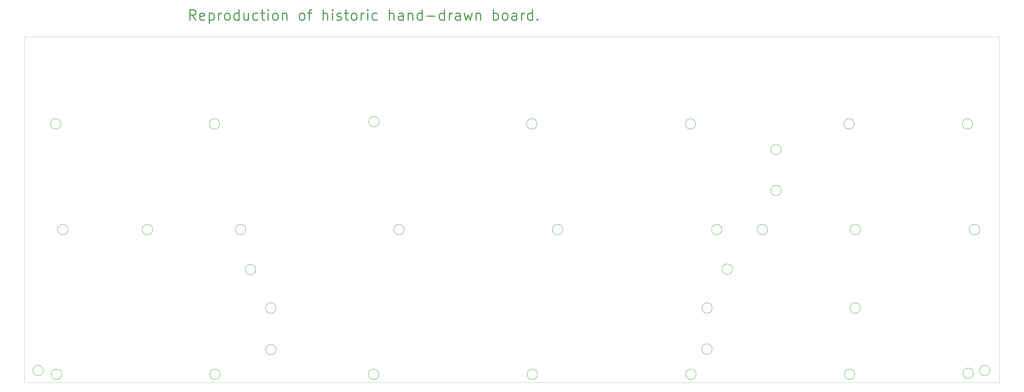
<source format=gbr>
%TF.GenerationSoftware,KiCad,Pcbnew,(6.0.5-0)*%
%TF.CreationDate,2022-06-13T02:35:29-04:00*%
%TF.ProjectId,SpaceCadet,53706163-6543-4616-9465-742e6b696361,rev?*%
%TF.SameCoordinates,Original*%
%TF.FileFunction,Other,Comment*%
%FSLAX46Y46*%
G04 Gerber Fmt 4.6, Leading zero omitted, Abs format (unit mm)*
G04 Created by KiCad (PCBNEW (6.0.5-0)) date 2022-06-13 02:35:29*
%MOMM*%
%LPD*%
G01*
G04 APERTURE LIST*
%TA.AperFunction,Profile*%
%ADD10C,0.100000*%
%TD*%
%ADD11C,0.500000*%
%ADD12C,0.150000*%
G04 APERTURE END LIST*
D10*
X64250000Y-81300000D02*
X533250000Y-81300000D01*
X533250000Y-81300000D02*
X533250000Y-247900000D01*
X533250000Y-247900000D02*
X64250000Y-247900000D01*
X64250000Y-247900000D02*
X64250000Y-81300000D01*
D11*
X146695714Y-73341904D02*
X145029047Y-70960952D01*
X143838571Y-73341904D02*
X143838571Y-68341904D01*
X145743333Y-68341904D01*
X146219523Y-68580000D01*
X146457619Y-68818095D01*
X146695714Y-69294285D01*
X146695714Y-70008571D01*
X146457619Y-70484761D01*
X146219523Y-70722857D01*
X145743333Y-70960952D01*
X143838571Y-70960952D01*
X150743333Y-73103809D02*
X150267142Y-73341904D01*
X149314761Y-73341904D01*
X148838571Y-73103809D01*
X148600476Y-72627619D01*
X148600476Y-70722857D01*
X148838571Y-70246666D01*
X149314761Y-70008571D01*
X150267142Y-70008571D01*
X150743333Y-70246666D01*
X150981428Y-70722857D01*
X150981428Y-71199047D01*
X148600476Y-71675238D01*
X153124285Y-70008571D02*
X153124285Y-75008571D01*
X153124285Y-70246666D02*
X153600476Y-70008571D01*
X154552857Y-70008571D01*
X155029047Y-70246666D01*
X155267142Y-70484761D01*
X155505238Y-70960952D01*
X155505238Y-72389523D01*
X155267142Y-72865714D01*
X155029047Y-73103809D01*
X154552857Y-73341904D01*
X153600476Y-73341904D01*
X153124285Y-73103809D01*
X157648095Y-73341904D02*
X157648095Y-70008571D01*
X157648095Y-70960952D02*
X157886190Y-70484761D01*
X158124285Y-70246666D01*
X158600476Y-70008571D01*
X159076666Y-70008571D01*
X161457619Y-73341904D02*
X160981428Y-73103809D01*
X160743333Y-72865714D01*
X160505238Y-72389523D01*
X160505238Y-70960952D01*
X160743333Y-70484761D01*
X160981428Y-70246666D01*
X161457619Y-70008571D01*
X162171904Y-70008571D01*
X162648095Y-70246666D01*
X162886190Y-70484761D01*
X163124285Y-70960952D01*
X163124285Y-72389523D01*
X162886190Y-72865714D01*
X162648095Y-73103809D01*
X162171904Y-73341904D01*
X161457619Y-73341904D01*
X167409999Y-73341904D02*
X167409999Y-68341904D01*
X167409999Y-73103809D02*
X166933809Y-73341904D01*
X165981428Y-73341904D01*
X165505238Y-73103809D01*
X165267142Y-72865714D01*
X165029047Y-72389523D01*
X165029047Y-70960952D01*
X165267142Y-70484761D01*
X165505238Y-70246666D01*
X165981428Y-70008571D01*
X166933809Y-70008571D01*
X167409999Y-70246666D01*
X171933809Y-70008571D02*
X171933809Y-73341904D01*
X169790952Y-70008571D02*
X169790952Y-72627619D01*
X170029047Y-73103809D01*
X170505238Y-73341904D01*
X171219523Y-73341904D01*
X171695714Y-73103809D01*
X171933809Y-72865714D01*
X176457619Y-73103809D02*
X175981428Y-73341904D01*
X175029047Y-73341904D01*
X174552857Y-73103809D01*
X174314761Y-72865714D01*
X174076666Y-72389523D01*
X174076666Y-70960952D01*
X174314761Y-70484761D01*
X174552857Y-70246666D01*
X175029047Y-70008571D01*
X175981428Y-70008571D01*
X176457619Y-70246666D01*
X177886190Y-70008571D02*
X179790952Y-70008571D01*
X178600476Y-68341904D02*
X178600476Y-72627619D01*
X178838571Y-73103809D01*
X179314761Y-73341904D01*
X179790952Y-73341904D01*
X181457619Y-73341904D02*
X181457619Y-70008571D01*
X181457619Y-68341904D02*
X181219523Y-68580000D01*
X181457619Y-68818095D01*
X181695714Y-68580000D01*
X181457619Y-68341904D01*
X181457619Y-68818095D01*
X184552857Y-73341904D02*
X184076666Y-73103809D01*
X183838571Y-72865714D01*
X183600476Y-72389523D01*
X183600476Y-70960952D01*
X183838571Y-70484761D01*
X184076666Y-70246666D01*
X184552857Y-70008571D01*
X185267142Y-70008571D01*
X185743333Y-70246666D01*
X185981428Y-70484761D01*
X186219523Y-70960952D01*
X186219523Y-72389523D01*
X185981428Y-72865714D01*
X185743333Y-73103809D01*
X185267142Y-73341904D01*
X184552857Y-73341904D01*
X188362380Y-70008571D02*
X188362380Y-73341904D01*
X188362380Y-70484761D02*
X188600476Y-70246666D01*
X189076666Y-70008571D01*
X189790952Y-70008571D01*
X190267142Y-70246666D01*
X190505238Y-70722857D01*
X190505238Y-73341904D01*
X197409999Y-73341904D02*
X196933809Y-73103809D01*
X196695714Y-72865714D01*
X196457619Y-72389523D01*
X196457619Y-70960952D01*
X196695714Y-70484761D01*
X196933809Y-70246666D01*
X197409999Y-70008571D01*
X198124285Y-70008571D01*
X198600476Y-70246666D01*
X198838571Y-70484761D01*
X199076666Y-70960952D01*
X199076666Y-72389523D01*
X198838571Y-72865714D01*
X198600476Y-73103809D01*
X198124285Y-73341904D01*
X197409999Y-73341904D01*
X200505238Y-70008571D02*
X202409999Y-70008571D01*
X201219523Y-73341904D02*
X201219523Y-69056190D01*
X201457619Y-68580000D01*
X201933809Y-68341904D01*
X202409999Y-68341904D01*
X207886190Y-73341904D02*
X207886190Y-68341904D01*
X210029047Y-73341904D02*
X210029047Y-70722857D01*
X209790952Y-70246666D01*
X209314761Y-70008571D01*
X208600476Y-70008571D01*
X208124285Y-70246666D01*
X207886190Y-70484761D01*
X212409999Y-73341904D02*
X212409999Y-70008571D01*
X212409999Y-68341904D02*
X212171904Y-68580000D01*
X212409999Y-68818095D01*
X212648095Y-68580000D01*
X212409999Y-68341904D01*
X212409999Y-68818095D01*
X214552857Y-73103809D02*
X215029047Y-73341904D01*
X215981428Y-73341904D01*
X216457619Y-73103809D01*
X216695714Y-72627619D01*
X216695714Y-72389523D01*
X216457619Y-71913333D01*
X215981428Y-71675238D01*
X215267142Y-71675238D01*
X214790952Y-71437142D01*
X214552857Y-70960952D01*
X214552857Y-70722857D01*
X214790952Y-70246666D01*
X215267142Y-70008571D01*
X215981428Y-70008571D01*
X216457619Y-70246666D01*
X218124285Y-70008571D02*
X220029047Y-70008571D01*
X218838571Y-68341904D02*
X218838571Y-72627619D01*
X219076666Y-73103809D01*
X219552857Y-73341904D01*
X220029047Y-73341904D01*
X222409999Y-73341904D02*
X221933809Y-73103809D01*
X221695714Y-72865714D01*
X221457619Y-72389523D01*
X221457619Y-70960952D01*
X221695714Y-70484761D01*
X221933809Y-70246666D01*
X222409999Y-70008571D01*
X223124285Y-70008571D01*
X223600476Y-70246666D01*
X223838571Y-70484761D01*
X224076666Y-70960952D01*
X224076666Y-72389523D01*
X223838571Y-72865714D01*
X223600476Y-73103809D01*
X223124285Y-73341904D01*
X222409999Y-73341904D01*
X226219523Y-73341904D02*
X226219523Y-70008571D01*
X226219523Y-70960952D02*
X226457619Y-70484761D01*
X226695714Y-70246666D01*
X227171904Y-70008571D01*
X227648095Y-70008571D01*
X229314761Y-73341904D02*
X229314761Y-70008571D01*
X229314761Y-68341904D02*
X229076666Y-68580000D01*
X229314761Y-68818095D01*
X229552857Y-68580000D01*
X229314761Y-68341904D01*
X229314761Y-68818095D01*
X233838571Y-73103809D02*
X233362380Y-73341904D01*
X232409999Y-73341904D01*
X231933809Y-73103809D01*
X231695714Y-72865714D01*
X231457619Y-72389523D01*
X231457619Y-70960952D01*
X231695714Y-70484761D01*
X231933809Y-70246666D01*
X232409999Y-70008571D01*
X233362380Y-70008571D01*
X233838571Y-70246666D01*
X239790952Y-73341904D02*
X239790952Y-68341904D01*
X241933809Y-73341904D02*
X241933809Y-70722857D01*
X241695714Y-70246666D01*
X241219523Y-70008571D01*
X240505238Y-70008571D01*
X240029047Y-70246666D01*
X239790952Y-70484761D01*
X246457619Y-73341904D02*
X246457619Y-70722857D01*
X246219523Y-70246666D01*
X245743333Y-70008571D01*
X244790952Y-70008571D01*
X244314761Y-70246666D01*
X246457619Y-73103809D02*
X245981428Y-73341904D01*
X244790952Y-73341904D01*
X244314761Y-73103809D01*
X244076666Y-72627619D01*
X244076666Y-72151428D01*
X244314761Y-71675238D01*
X244790952Y-71437142D01*
X245981428Y-71437142D01*
X246457619Y-71199047D01*
X248838571Y-70008571D02*
X248838571Y-73341904D01*
X248838571Y-70484761D02*
X249076666Y-70246666D01*
X249552857Y-70008571D01*
X250267142Y-70008571D01*
X250743333Y-70246666D01*
X250981428Y-70722857D01*
X250981428Y-73341904D01*
X255505238Y-73341904D02*
X255505238Y-68341904D01*
X255505238Y-73103809D02*
X255029047Y-73341904D01*
X254076666Y-73341904D01*
X253600476Y-73103809D01*
X253362380Y-72865714D01*
X253124285Y-72389523D01*
X253124285Y-70960952D01*
X253362380Y-70484761D01*
X253600476Y-70246666D01*
X254076666Y-70008571D01*
X255029047Y-70008571D01*
X255505238Y-70246666D01*
X257886190Y-71437142D02*
X261695714Y-71437142D01*
X266219523Y-73341904D02*
X266219523Y-68341904D01*
X266219523Y-73103809D02*
X265743333Y-73341904D01*
X264790952Y-73341904D01*
X264314761Y-73103809D01*
X264076666Y-72865714D01*
X263838571Y-72389523D01*
X263838571Y-70960952D01*
X264076666Y-70484761D01*
X264314761Y-70246666D01*
X264790952Y-70008571D01*
X265743333Y-70008571D01*
X266219523Y-70246666D01*
X268600476Y-73341904D02*
X268600476Y-70008571D01*
X268600476Y-70960952D02*
X268838571Y-70484761D01*
X269076666Y-70246666D01*
X269552857Y-70008571D01*
X270029047Y-70008571D01*
X273838571Y-73341904D02*
X273838571Y-70722857D01*
X273600476Y-70246666D01*
X273124285Y-70008571D01*
X272171904Y-70008571D01*
X271695714Y-70246666D01*
X273838571Y-73103809D02*
X273362380Y-73341904D01*
X272171904Y-73341904D01*
X271695714Y-73103809D01*
X271457619Y-72627619D01*
X271457619Y-72151428D01*
X271695714Y-71675238D01*
X272171904Y-71437142D01*
X273362380Y-71437142D01*
X273838571Y-71199047D01*
X275743333Y-70008571D02*
X276695714Y-73341904D01*
X277648095Y-70960952D01*
X278600476Y-73341904D01*
X279552857Y-70008571D01*
X281457619Y-70008571D02*
X281457619Y-73341904D01*
X281457619Y-70484761D02*
X281695714Y-70246666D01*
X282171904Y-70008571D01*
X282886190Y-70008571D01*
X283362380Y-70246666D01*
X283600476Y-70722857D01*
X283600476Y-73341904D01*
X289790952Y-73341904D02*
X289790952Y-68341904D01*
X289790952Y-70246666D02*
X290267142Y-70008571D01*
X291219523Y-70008571D01*
X291695714Y-70246666D01*
X291933809Y-70484761D01*
X292171904Y-70960952D01*
X292171904Y-72389523D01*
X291933809Y-72865714D01*
X291695714Y-73103809D01*
X291219523Y-73341904D01*
X290267142Y-73341904D01*
X289790952Y-73103809D01*
X295029047Y-73341904D02*
X294552857Y-73103809D01*
X294314761Y-72865714D01*
X294076666Y-72389523D01*
X294076666Y-70960952D01*
X294314761Y-70484761D01*
X294552857Y-70246666D01*
X295029047Y-70008571D01*
X295743333Y-70008571D01*
X296219523Y-70246666D01*
X296457619Y-70484761D01*
X296695714Y-70960952D01*
X296695714Y-72389523D01*
X296457619Y-72865714D01*
X296219523Y-73103809D01*
X295743333Y-73341904D01*
X295029047Y-73341904D01*
X300981428Y-73341904D02*
X300981428Y-70722857D01*
X300743333Y-70246666D01*
X300267142Y-70008571D01*
X299314761Y-70008571D01*
X298838571Y-70246666D01*
X300981428Y-73103809D02*
X300505238Y-73341904D01*
X299314761Y-73341904D01*
X298838571Y-73103809D01*
X298600476Y-72627619D01*
X298600476Y-72151428D01*
X298838571Y-71675238D01*
X299314761Y-71437142D01*
X300505238Y-71437142D01*
X300981428Y-71199047D01*
X303362380Y-73341904D02*
X303362380Y-70008571D01*
X303362380Y-70960952D02*
X303600476Y-70484761D01*
X303838571Y-70246666D01*
X304314761Y-70008571D01*
X304790952Y-70008571D01*
X308600476Y-73341904D02*
X308600476Y-68341904D01*
X308600476Y-73103809D02*
X308124285Y-73341904D01*
X307171904Y-73341904D01*
X306695714Y-73103809D01*
X306457619Y-72865714D01*
X306219523Y-72389523D01*
X306219523Y-70960952D01*
X306457619Y-70484761D01*
X306695714Y-70246666D01*
X307171904Y-70008571D01*
X308124285Y-70008571D01*
X308600476Y-70246666D01*
X310981428Y-72865714D02*
X311219523Y-73103809D01*
X310981428Y-73341904D01*
X310743333Y-73103809D01*
X310981428Y-72865714D01*
X310981428Y-73341904D01*
D12*
%TO.C,REF\u002A\u002A*%
X82100000Y-243900000D02*
G75*
G03*
X82100000Y-243900000I-2500000J0D01*
G01*
X387050000Y-123300000D02*
G75*
G03*
X387050000Y-123300000I-2500000J0D01*
G01*
X466250000Y-212000000D02*
G75*
G03*
X466250000Y-212000000I-2500000J0D01*
G01*
X463300000Y-123300000D02*
G75*
G03*
X463300000Y-123300000I-2500000J0D01*
G01*
X170650000Y-174200000D02*
G75*
G03*
X170650000Y-174200000I-2500000J0D01*
G01*
X81800000Y-123300000D02*
G75*
G03*
X81800000Y-123300000I-2500000J0D01*
G01*
X523700000Y-174200000D02*
G75*
G03*
X523700000Y-174200000I-2500000J0D01*
G01*
X421650000Y-174200000D02*
G75*
G03*
X421650000Y-174200000I-2500000J0D01*
G01*
X185250000Y-212000000D02*
G75*
G03*
X185250000Y-212000000I-2500000J0D01*
G01*
X466400000Y-174200000D02*
G75*
G03*
X466400000Y-174200000I-2500000J0D01*
G01*
X85150000Y-174200000D02*
G75*
G03*
X85150000Y-174200000I-2500000J0D01*
G01*
X520300000Y-123300000D02*
G75*
G03*
X520300000Y-123300000I-2500000J0D01*
G01*
X73300000Y-242100000D02*
G75*
G03*
X73300000Y-242100000I-2500000J0D01*
G01*
X158400000Y-243900000D02*
G75*
G03*
X158400000Y-243900000I-2500000J0D01*
G01*
X428200000Y-135650000D02*
G75*
G03*
X428200000Y-135650000I-2500000J0D01*
G01*
X311000000Y-243900000D02*
G75*
G03*
X311000000Y-243900000I-2500000J0D01*
G01*
X520600000Y-243400000D02*
G75*
G03*
X520600000Y-243400000I-2500000J0D01*
G01*
X528550000Y-242100000D02*
G75*
G03*
X528550000Y-242100000I-2500000J0D01*
G01*
X404750000Y-193250000D02*
G75*
G03*
X404750000Y-193250000I-2500000J0D01*
G01*
X234875000Y-122250000D02*
G75*
G03*
X234875000Y-122250000I-2500000J0D01*
G01*
X323150000Y-174200000D02*
G75*
G03*
X323150000Y-174200000I-2500000J0D01*
G01*
X234700000Y-243900000D02*
G75*
G03*
X234700000Y-243900000I-2500000J0D01*
G01*
X387300000Y-243900000D02*
G75*
G03*
X387300000Y-243900000I-2500000J0D01*
G01*
X158112500Y-123300000D02*
G75*
G03*
X158112500Y-123300000I-2500000J0D01*
G01*
X399700000Y-174200000D02*
G75*
G03*
X399700000Y-174200000I-2500000J0D01*
G01*
X125900000Y-174200000D02*
G75*
G03*
X125900000Y-174200000I-2500000J0D01*
G01*
X175500000Y-193500000D02*
G75*
G03*
X175500000Y-193500000I-2500000J0D01*
G01*
X395000000Y-212000000D02*
G75*
G03*
X395000000Y-212000000I-2500000J0D01*
G01*
X185250000Y-232000000D02*
G75*
G03*
X185250000Y-232000000I-2500000J0D01*
G01*
X463600000Y-243900000D02*
G75*
G03*
X463600000Y-243900000I-2500000J0D01*
G01*
X428200000Y-155400000D02*
G75*
G03*
X428200000Y-155400000I-2500000J0D01*
G01*
X395000000Y-231750000D02*
G75*
G03*
X395000000Y-231750000I-2500000J0D01*
G01*
X246900000Y-174200000D02*
G75*
G03*
X246900000Y-174200000I-2500000J0D01*
G01*
X310737500Y-123300000D02*
G75*
G03*
X310737500Y-123300000I-2500000J0D01*
G01*
%TD*%
M02*

</source>
